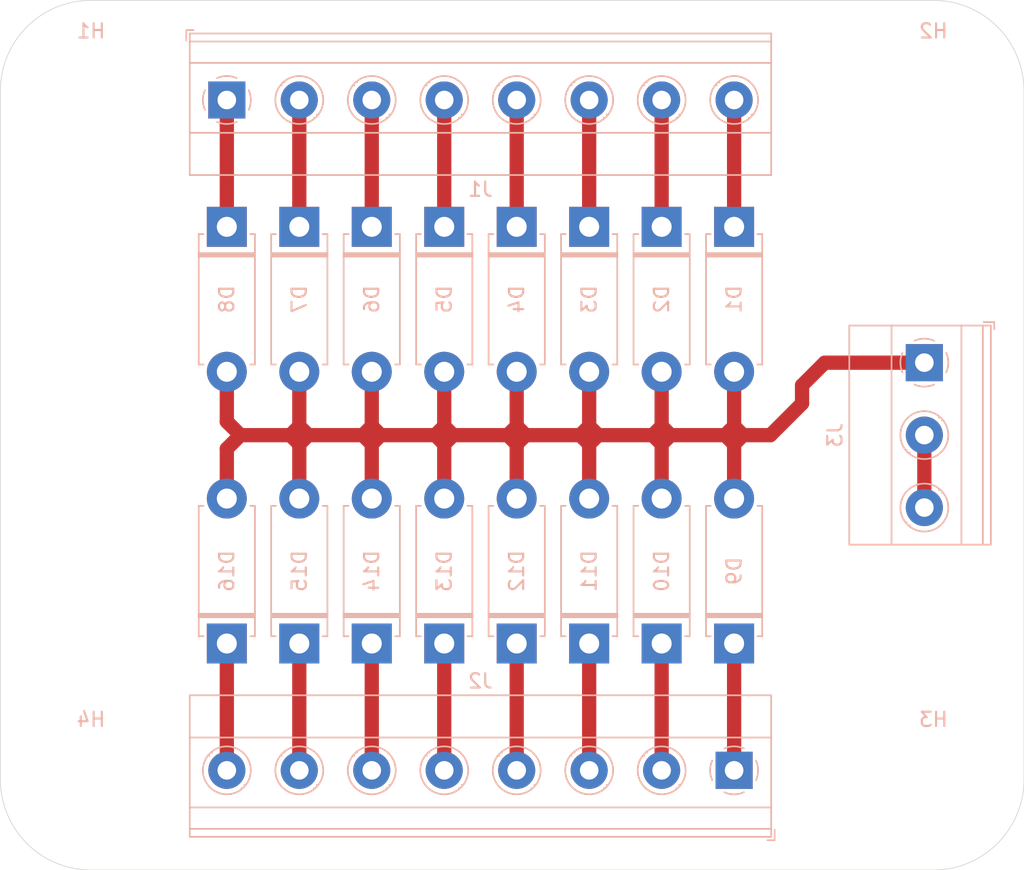
<source format=kicad_pcb>
(kicad_pcb (version 20240108) (generator "pcbnew") (generator_version "8.0")
  (layers (0 "F.Cu" signal) (31 "B.Cu" signal) (34 "B.Paste" user) (35 "F.Paste" user) (36 "B.SilkS" user "B.Silkscreen") (37 "F.SilkS" user "F.Silkscreen") (38 "B.Mask" user) (39 "F.Mask" user) (44 "Edge.Cuts" user))
  (net 0 "")
  (net 1 "Net-(D1-K)")
  (net 2 "Net-(D1-A)")
  (net 3 "Net-(D2-K)")
  (net 4 "Net-(D3-K)")
  (net 5 "Net-(D4-K)")
  (net 6 "Net-(D5-K)")
  (net 7 "Net-(D6-K)")
  (net 8 "Net-(D7-K)")
  (net 9 "Net-(D8-K)")
  (net 10 "Net-(D9-K)")
  (net 11 "Net-(D10-K)")
  (net 12 "Net-(D11-K)")
  (net 13 "Net-(D12-K)")
  (net 14 "Net-(D13-K)")
  (net 15 "Net-(D14-K)")
  (net 16 "Net-(D15-K)")
  (net 17 "Net-(D16-K)")
  (net 18 "+12V")
  (footprint "Diode_THT:D_5W_P10.16mm_Horizontal" (layer "B.Cu") (at 55.245 39.37 -90)
    (property "Reference" "D4" (at 5.08 0 90) (layer "B.SilkS") (effects (justify mirror)))
    (property "Value" "D" (hide yes))
    (fp_line (start 0.51 1.97) (end 0.51 1.64) (stroke (width 0.12)) (layer "B.SilkS"))
    (fp_line (start 9.65 1.97) (end 0.51 1.97) (stroke (width 0.12)) (layer "B.SilkS"))
    (fp_line (start 9.65 1.64) (end 9.65 1.97) (stroke (width 0.12)) (layer "B.SilkS"))
    (fp_line (start 9.65 -1.64) (end 9.65 -1.97) (stroke (width 0.12)) (layer "B.SilkS"))
    (fp_line (start 0.51 -1.97) (end 0.51 -1.64) (stroke (width 0.12)) (layer "B.SilkS"))
    (fp_line (start 1.845 -1.97) (end 1.845 1.97) (stroke (width 0.12)) (layer "B.SilkS"))
    (fp_line (start 1.965 -1.97) (end 1.965 1.97) (stroke (width 0.12)) (layer "B.SilkS"))
    (fp_line (start 2.085 -1.97) (end 2.085 1.97) (stroke (width 0.12)) (layer "B.SilkS"))
    (fp_line (start 9.65 -1.97) (end 0.51 -1.97) (stroke (width 0.12)) (layer "B.SilkS"))
    (pad "1" thru_hole rect (at 0 0 270) (size 2.8 2.8) (drill 1.4) (layers "*.Cu" "*.Mask") (net 5 "Net-(D4-K)"))
    (pad "2" thru_hole oval (at 10.16 0 270) (size 2.8 2.8) (drill 1.4) (layers "*.Cu" "*.Mask") (net 2 "Net-(D1-A)"))
  )
  (footprint "Diode_THT:D_5W_P10.16mm_Horizontal" (layer "B.Cu") (at 40.005 68.58 90)
    (property "Reference" "D15" (at 5.08 0 90) (layer "B.SilkS") (effects (justify mirror)))
    (property "Value" "D" (hide yes))
    (fp_line (start 9.65 -1.97) (end 0.51 -1.97) (stroke (width 0.12)) (layer "B.SilkS"))
    (fp_line (start 2.085 -1.97) (end 2.085 1.97) (stroke (width 0.12)) (layer "B.SilkS"))
    (fp_line (start 1.965 -1.97) (end 1.965 1.97) (stroke (width 0.12)) (layer "B.SilkS"))
    (fp_line (start 1.845 -1.97) (end 1.845 1.97) (stroke (width 0.12)) (layer "B.SilkS"))
    (fp_line (start 0.51 -1.97) (end 0.51 -1.64) (stroke (width 0.12)) (layer "B.SilkS"))
    (fp_line (start 9.65 -1.64) (end 9.65 -1.97) (stroke (width 0.12)) (layer "B.SilkS"))
    (fp_line (start 9.65 1.64) (end 9.65 1.97) (stroke (width 0.12)) (layer "B.SilkS"))
    (fp_line (start 9.65 1.97) (end 0.51 1.97) (stroke (width 0.12)) (layer "B.SilkS"))
    (fp_line (start 0.51 1.97) (end 0.51 1.64) (stroke (width 0.12)) (layer "B.SilkS"))
    (pad "1" thru_hole rect (at 0 0 90) (size 2.8 2.8) (drill 1.4) (layers "*.Cu" "*.Mask") (net 16 "Net-(D15-K)"))
    (pad "2" thru_hole oval (at 10.16 0 90) (size 2.8 2.8) (drill 1.4) (layers "*.Cu" "*.Mask") (net 2 "Net-(D1-A)"))
  )
  (footprint "TerminalBlock_Phoenix:TerminalBlock_Phoenix_MKDS-1,5-8-5.08_1x08_P5.08mm_Horizontal" (layer "B.Cu") (at 34.925 30.48)
    (property "Reference" "J1" (at 17.78 6.26 0) (layer "B.SilkS") (effects (justify mirror)))
    (property "Value" "Screw_Terminal_01x08")
    (fp_line (start -2.84 -4.9) (end -2.84 -4.16) (stroke (width 0.12)) (layer "B.SilkS"))
    (fp_line (start -2.6 -4.66) (end -2.6 5.261) (stroke (width 0.12)) (layer "B.SilkS"))
    (fp_line (start -2.34 -4.9) (end -2.84 -4.9) (stroke (width 0.12)) (layer "B.SilkS"))
    (fp_line (start 3.806 -1.069) (end 3.853 -1.023) (stroke (width 0.12)) (layer "B.SilkS"))
    (fp_line (start 4.011 -1.274) (end 4.046 -1.239) (stroke (width 0.12)) (layer "B.SilkS"))
    (fp_line (start 6.115 1.239) (end 6.15 1.275) (stroke (width 0.12)) (layer "B.SilkS"))
    (fp_line (start 6.308 1.023) (end 6.355 1.069) (stroke (width 0.12)) (layer "B.SilkS"))
    (fp_line (start 8.886 -1.069) (end 8.933 -1.023) (stroke (width 0.12)) (layer "B.SilkS"))
    (fp_line (start 9.091 -1.274) (end 9.126 -1.239) (stroke (width 0.12)) (layer "B.SilkS"))
    (fp_line (start 11.195 1.239) (end 11.23 1.275) (stroke (width 0.12)) (layer "B.SilkS"))
    (fp_line (start 11.388 1.023) (end 11.435 1.069) (stroke (width 0.12)) (layer "B.SilkS"))
    (fp_line (start 13.966 -1.069) (end 14.013 -1.023) (stroke (width 0.12)) (layer "B.SilkS"))
    (fp_line (start 14.171 -1.274) (end 14.206 -1.239) (stroke (width 0.12)) (layer "B.SilkS"))
    (fp_line (start 16.275 1.239) (end 16.31 1.275) (stroke (width 0.12)) (layer "B.SilkS"))
    (fp_line (start 16.468 1.023) (end 16.515 1.069) (stroke (width 0.12)) (layer "B.SilkS"))
    (fp_line (start 19.046 -1.069) (end 19.093 -1.023) (stroke (width 0.12)) (layer "B.SilkS"))
    (fp_line (start 19.251 -1.274) (end 19.286 -1.239) (stroke (width 0.12)) (layer "B.SilkS"))
    (fp_line (start 21.355 1.239) (end 21.39 1.275) (stroke (width 0.12)) (layer "B.SilkS"))
    (fp_line (start 21.548 1.023) (end 21.595 1.069) (stroke (width 0.12)) (layer "B.SilkS"))
    (fp_line (start 24.126 -1.069) (end 24.173 -1.023) (stroke (width 0.12)) (layer "B.SilkS"))
    (fp_line (start 24.331 -1.274) (end 24.366 -1.239) (stroke (width 0.12)) (layer "B.SilkS"))
    (fp_line (start 26.435 1.239) (end 26.47 1.275) (stroke (width 0.12)) (layer "B.SilkS"))
    (fp_line (start 26.628 1.023) (end 26.675 1.069) (stroke (width 0.12)) (layer "B.SilkS"))
    (fp_line (start 29.206 -1.069) (end 29.253 -1.023) (stroke (width 0.12)) (layer "B.SilkS"))
    (fp_line (start 29.411 -1.274) (end 29.446 -1.239) (stroke (width 0.12)) (layer "B.SilkS"))
    (fp_line (start 31.515 1.239) (end 31.55 1.275) (stroke (width 0.12)) (layer "B.SilkS"))
    (fp_line (start 31.708 1.023) (end 31.755 1.069) (stroke (width 0.12)) (layer "B.SilkS"))
    (fp_line (start 34.286 -1.069) (end 34.333 -1.023) (stroke (width 0.12)) (layer "B.SilkS"))
    (fp_line (start 34.491 -1.274) (end 34.526 -1.239) (stroke (width 0.12)) (layer "B.SilkS"))
    (fp_line (start 36.595 1.239) (end 36.63 1.275) (stroke (width 0.12)) (layer "B.SilkS"))
    (fp_line (start 36.788 1.023) (end 36.835 1.069) (stroke (width 0.12)) (layer "B.SilkS"))
    (fp_line (start 38.16 -4.66) (end -2.6 -4.66) (stroke (width 0.12)) (layer "B.SilkS"))
    (fp_line (start 38.16 -4.66) (end 38.16 5.261) (stroke (width 0.12)) (layer "B.SilkS"))
    (fp_line (start 38.16 -4.1) (end -2.6 -4.1) (stroke (width 0.12)) (layer "B.SilkS"))
    (fp_line (start 38.16 -2.6) (end -2.6 -2.6) (stroke (width 0.12)) (layer "B.SilkS"))
    (fp_line (start 38.16 2.301) (end -2.6 2.301) (stroke (width 0.12)) (layer "B.SilkS"))
    (fp_line (start 38.16 5.261) (end -2.6 5.261) (stroke (width 0.12)) (layer "B.SilkS"))
    (fp_arc (start -1.535 0.684) (mid -1.680501 0.000524) (end -1.535427 -0.683042) (stroke (width 0.12)) (layer "B.SilkS"))
    (fp_arc (start -0.684 -1.535) (mid -0.335551 -1.646659) (end 0.028805 -1.680253) (stroke (width 0.12)) (layer "B.SilkS"))
    (fp_arc (start 0 -1.68) (mid 0.349292 -1.643288) (end 0.683318 -1.534756) (stroke (width 0.12)) (layer "B.SilkS"))
    (fp_arc (start 0.684 1.535) (mid 0.000524 1.680501) (end -0.683042 1.535427) (stroke (width 0.12)) (layer "B.SilkS"))
    (fp_arc (start 1.535 -0.684) (mid 1.6805 -0.000524) (end 1.535427 0.683042) (stroke (width 0.12)) (layer "B.SilkS"))
    (fp_circle (center 5.08 0) (end 6.76 0) (stroke (width 0.12)) (fill none) (layer "B.SilkS"))
    (fp_circle (center 10.16 0) (end 11.84 0) (stroke (width 0.12)) (fill none) (layer "B.SilkS"))
    (fp_circle (center 15.24 0) (end 16.92 0) (stroke (width 0.12)) (fill none) (layer "B.SilkS"))
    (fp_circle (center 20.32 0) (end 22 0) (stroke (width 0.12)) (fill none) (layer "B.SilkS"))
    (fp_circle (center 25.4 0) (end 27.08 0) (stroke (width 0.12)) (fill none) (layer "B.SilkS"))
    (fp_circle (center 30.48 0) (end 32.16 0) (stroke (width 0.12)) (fill none) (layer "B.SilkS"))
    (fp_circle (center 35.56 0) (end 37.24 0) (stroke (width 0.12)) (fill none) (layer "B.SilkS"))
    (pad "1" thru_hole rect (at 0 0) (size 2.6 2.6) (drill 1.3) (layers "*.Cu" "*.Mask") (net 1 "Net-(D1-K)"))
    (pad "2" thru_hole circle (at 5.08 0) (size 2.6 2.6) (drill 1.3) (layers "*.Cu" "*.Mask") (net 3 "Net-(D2-K)"))
    (pad "3" thru_hole circle (at 10.16 0) (size 2.6 2.6) (drill 1.3) (layers "*.Cu" "*.Mask") (net 4 "Net-(D3-K)"))
    (pad "4" thru_hole circle (at 15.24 0) (size 2.6 2.6) (drill 1.3) (layers "*.Cu" "*.Mask") (net 5 "Net-(D4-K)"))
    (pad "5" thru_hole circle (at 20.32 0) (size 2.6 2.6) (drill 1.3) (layers "*.Cu" "*.Mask") (net 6 "Net-(D5-K)"))
    (pad "6" thru_hole circle (at 25.4 0) (size 2.6 2.6) (drill 1.3) (layers "*.Cu" "*.Mask") (net 7 "Net-(D6-K)"))
    (pad "7" thru_hole circle (at 30.48 0) (size 2.6 2.6) (drill 1.3) (layers "*.Cu" "*.Mask") (net 8 "Net-(D7-K)"))
    (pad "8" thru_hole circle (at 35.56 0) (size 2.6 2.6) (drill 1.3) (layers "*.Cu" "*.Mask") (net 9 "Net-(D8-K)"))
  )
  (footprint "MountingHole:MountingHole_3.2mm_M3" (layer "B.Cu") (at 84.455 29.845 180)
    (property "Reference" "H2" (at 0 4.2 0) (layer "B.SilkS") (effects (justify mirror)))
    (property "Value" "MountingHole")
    (pad "" np_thru_hole circle (at 0 0 180) (size 3.2 3.2) (drill 3.2) (layers "*.Cu" "*.Mask"))
  )
  (footprint "Diode_THT:D_5W_P10.16mm_Horizontal" (layer "B.Cu") (at 50.165 39.37 -90)
    (property "Reference" "D5" (at 5.08 0 90) (layer "B.SilkS") (effects (justify mirror)))
    (property "Value" "D" (hide yes))
    (fp_line (start 0.51 1.97) (end 0.51 1.64) (stroke (width 0.12)) (layer "B.SilkS"))
    (fp_line (start 9.65 1.97) (end 0.51 1.97) (stroke (width 0.12)) (layer "B.SilkS"))
    (fp_line (start 9.65 1.64) (end 9.65 1.97) (stroke (width 0.12)) (layer "B.SilkS"))
    (fp_line (start 9.65 -1.64) (end 9.65 -1.97) (stroke (width 0.12)) (layer "B.SilkS"))
    (fp_line (start 0.51 -1.97) (end 0.51 -1.64) (stroke (width 0.12)) (layer "B.SilkS"))
    (fp_line (start 1.845 -1.97) (end 1.845 1.97) (stroke (width 0.12)) (layer "B.SilkS"))
    (fp_line (start 1.965 -1.97) (end 1.965 1.97) (stroke (width 0.12)) (layer "B.SilkS"))
    (fp_line (start 2.085 -1.97) (end 2.085 1.97) (stroke (width 0.12)) (layer "B.SilkS"))
    (fp_line (start 9.65 -1.97) (end 0.51 -1.97) (stroke (width 0.12)) (layer "B.SilkS"))
    (pad "1" thru_hole rect (at 0 0 270) (size 2.8 2.8) (drill 1.4) (layers "*.Cu" "*.Mask") (net 6 "Net-(D5-K)"))
    (pad "2" thru_hole oval (at 10.16 0 270) (size 2.8 2.8) (drill 1.4) (layers "*.Cu" "*.Mask") (net 2 "Net-(D1-A)"))
  )
  (footprint "TerminalBlock_Phoenix:TerminalBlock_Phoenix_MKDS-1,5-3-5.08_1x03_P5.08mm_Horizontal" (layer "B.Cu") (at 83.82 48.89 -90)
    (property "Reference" "J3" (at 5.08 6.26 90) (layer "B.SilkS") (effects (justify mirror)))
    (property "Value" "Screw_Terminal_01x03")
    (fp_line (start 12.76 5.261) (end -2.6 5.261) (stroke (width 0.12)) (layer "B.SilkS"))
    (fp_line (start 12.76 2.301) (end -2.6 2.301) (stroke (width 0.12)) (layer "B.SilkS"))
    (fp_line (start 6.115 1.239) (end 6.15 1.275) (stroke (width 0.12)) (layer "B.SilkS"))
    (fp_line (start 11.195 1.239) (end 11.23 1.275) (stroke (width 0.12)) (layer "B.SilkS"))
    (fp_line (start 6.308 1.023) (end 6.355 1.069) (stroke (width 0.12)) (layer "B.SilkS"))
    (fp_line (start 11.388 1.023) (end 11.435 1.069) (stroke (width 0.12)) (layer "B.SilkS"))
    (fp_line (start 3.806 -1.069) (end 3.853 -1.023) (stroke (width 0.12)) (layer "B.SilkS"))
    (fp_line (start 8.886 -1.069) (end 8.933 -1.023) (stroke (width 0.12)) (layer "B.SilkS"))
    (fp_line (start 4.011 -1.274) (end 4.046 -1.239) (stroke (width 0.12)) (layer "B.SilkS"))
    (fp_line (start 9.091 -1.274) (end 9.126 -1.239) (stroke (width 0.12)) (layer "B.SilkS"))
    (fp_line (start 12.76 -2.6) (end -2.6 -2.6) (stroke (width 0.12)) (layer "B.SilkS"))
    (fp_line (start 12.76 -4.1) (end -2.6 -4.1) (stroke (width 0.12)) (layer "B.SilkS"))
    (fp_line (start -2.6 -4.66) (end -2.6 5.261) (stroke (width 0.12)) (layer "B.SilkS"))
    (fp_line (start 12.76 -4.66) (end 12.76 5.261) (stroke (width 0.12)) (layer "B.SilkS"))
    (fp_line (start 12.76 -4.66) (end -2.6 -4.66) (stroke (width 0.12)) (layer "B.SilkS"))
    (fp_line (start -2.84 -4.9) (end -2.84 -4.16) (stroke (width 0.12)) (layer "B.SilkS"))
    (fp_line (start -2.34 -4.9) (end -2.84 -4.9) (stroke (width 0.12)) (layer "B.SilkS"))
    (fp_arc (start 0.684 1.535) (mid 0.000524 1.680501) (end -0.683042 1.535427) (stroke (width 0.12)) (layer "B.SilkS"))
    (fp_arc (start -1.535 0.684) (mid -1.680501 0.000524) (end -1.535427 -0.683042) (stroke (width 0.12)) (layer "B.SilkS"))
    (fp_arc (start 1.535 -0.684) (mid 1.6805 -0.000524) (end 1.535427 0.683042) (stroke (width 0.12)) (layer "B.SilkS"))
    (fp_arc (start -0.684 -1.535) (mid -0.335551 -1.646659) (end 0.028805 -1.680253) (stroke (width 0.12)) (layer "B.SilkS"))
    (fp_arc (start 0 -1.68) (mid 0.349292 -1.643288) (end 0.683318 -1.534756) (stroke (width 0.12)) (layer "B.SilkS"))
    (fp_circle (center 5.08 0) (end 6.76 0) (stroke (width 0.12)) (fill none) (layer "B.SilkS"))
    (fp_circle (center 10.16 0) (end 11.84 0) (stroke (width 0.12)) (fill none) (layer "B.SilkS"))
    (pad "1" thru_hole rect (at 0 0 270) (size 2.6 2.6) (drill 1.3) (layers "*.Cu" "*.Mask") (net 2 "Net-(D1-A)"))
    (pad "2" thru_hole circle (at 5.08 0 270) (size 2.6 2.6) (drill 1.3) (layers "*.Cu" "*.Mask") (net 18 "+12V"))
    (pad "3" thru_hole circle (at 10.16 0 270) (size 2.6 2.6) (drill 1.3) (layers "*.Cu" "*.Mask") (net 18 "+12V"))
  )
  (footprint "TerminalBlock_Phoenix:TerminalBlock_Phoenix_MKDS-1,5-8-5.08_1x08_P5.08mm_Horizontal" (layer "B.Cu") (at 70.485 77.47 180)
    (property "Reference" "J2" (at 17.78 6.26 0) (layer "B.SilkS") (effects (justify mirror)))
    (property "Value" "Screw_Terminal_01x08")
    (fp_line (start 38.16 5.261) (end -2.6 5.261) (stroke (width 0.12)) (layer "B.SilkS"))
    (fp_line (start 38.16 2.301) (end -2.6 2.301) (stroke (width 0.12)) (layer "B.SilkS"))
    (fp_line (start 38.16 -2.6) (end -2.6 -2.6) (stroke (width 0.12)) (layer "B.SilkS"))
    (fp_line (start 38.16 -4.1) (end -2.6 -4.1) (stroke (width 0.12)) (layer "B.SilkS"))
    (fp_line (start 38.16 -4.66) (end 38.16 5.261) (stroke (width 0.12)) (layer "B.SilkS"))
    (fp_line (start 38.16 -4.66) (end -2.6 -4.66) (stroke (width 0.12)) (layer "B.SilkS"))
    (fp_line (start 36.788 1.023) (end 36.835 1.069) (stroke (width 0.12)) (layer "B.SilkS"))
    (fp_line (start 36.595 1.239) (end 36.63 1.275) (stroke (width 0.12)) (layer "B.SilkS"))
    (fp_line (start 34.491 -1.274) (end 34.526 -1.239) (stroke (width 0.12)) (layer "B.SilkS"))
    (fp_line (start 34.286 -1.069) (end 34.333 -1.023) (stroke (width 0.12)) (layer "B.SilkS"))
    (fp_line (start 31.708 1.023) (end 31.755 1.069) (stroke (width 0.12)) (layer "B.SilkS"))
    (fp_line (start 31.515 1.239) (end 31.55 1.275) (stroke (width 0.12)) (layer "B.SilkS"))
    (fp_line (start 29.411 -1.274) (end 29.446 -1.239) (stroke (width 0.12)) (layer "B.SilkS"))
    (fp_line (start 29.206 -1.069) (end 29.253 -1.023) (stroke (width 0.12)) (layer "B.SilkS"))
    (fp_line (start 26.628 1.023) (end 26.675 1.069) (stroke (width 0.12)) (layer "B.SilkS"))
    (fp_line (start 26.435 1.239) (end 26.47 1.275) (stroke (width 0.12)) (layer "B.SilkS"))
    (fp_line (start 24.331 -1.274) (end 24.366 -1.239) (stroke (width 0.12)) (layer "B.SilkS"))
    (fp_line (start 24.126 -1.069) (end 24.173 -1.023) (stroke (width 0.12)) (layer "B.SilkS"))
    (fp_line (start 21.548 1.023) (end 21.595 1.069) (stroke (width 0.12)) (layer "B.SilkS"))
    (fp_line (start 21.355 1.239) (end 21.39 1.275) (stroke (width 0.12)) (layer "B.SilkS"))
    (fp_line (start 19.251 -1.274) (end 19.286 -1.239) (stroke (width 0.12)) (layer "B.SilkS"))
    (fp_line (start 19.046 -1.069) (end 19.093 -1.023) (stroke (width 0.12)) (layer "B.SilkS"))
    (fp_line (start 16.468 1.023) (end 16.515 1.069) (stroke (width 0.12)) (layer "B.SilkS"))
    (fp_line (start 16.275 1.239) (end 16.31 1.275) (stroke (width 0.12)) (layer "B.SilkS"))
    (fp_line (start 14.171 -1.274) (end 14.206 -1.239) (stroke (width 0.12)) (layer "B.SilkS"))
    (fp_line (start 13.966 -1.069) (end 14.013 -1.023) (stroke (width 0.12)) (layer "B.SilkS"))
    (fp_line (start 11.388 1.023) (end 11.435 1.069) (stroke (width 0.12)) (layer "B.SilkS"))
    (fp_line (start 11.195 1.239) (end 11.23 1.275) (stroke (width 0.12)) (layer "B.SilkS"))
    (fp_line (start 9.091 -1.274) (end 9.126 -1.239) (stroke (width 0.12)) (layer "B.SilkS"))
    (fp_line (start 8.886 -1.069) (end 8.933 -1.023) (stroke (width 0.12)) (layer "B.SilkS"))
    (fp_line (start 6.308 1.023) (end 6.355 1.069) (stroke (width 0.12)) (layer "B.SilkS"))
    (fp_line (start 6.115 1.239) (end 6.15 1.275) (stroke (width 0.12)) (layer "B.SilkS"))
    (fp_line (start 4.011 -1.274) (end 4.046 -1.239) (stroke (width 0.12)) (layer "B.SilkS"))
    (fp_line (start 3.806 -1.069) (end 3.853 -1.023) (stroke (width 0.12)) (layer "B.SilkS"))
    (fp_line (start -2.34 -4.9) (end -2.84 -4.9) (stroke (width 0.12)) (layer "B.SilkS"))
    (fp_line (start -2.6 -4.66) (end -2.6 5.261) (stroke (width 0.12)) (layer "B.SilkS"))
    (fp_line (start -2.84 -4.9) (end -2.84 -4.16) (stroke (width 0.12)) (layer "B.SilkS"))
    (fp_arc (start 1.535 -0.684) (mid 1.6805 -0.000524) (end 1.535427 0.683042) (stroke (width 0.12)) (layer "B.SilkS"))
    (fp_arc (start 0.684 1.535) (mid 0.000524 1.680501) (end -0.683042 1.535427) (stroke (width 0.12)) (layer "B.SilkS"))
    (fp_arc (start 0 -1.68) (mid 0.349292 -1.643288) (end 0.683318 -1.534756) (stroke (width 0.12)) (layer "B.SilkS"))
    (fp_arc (start -0.684 -1.535) (mid -0.335551 -1.646659) (end 0.028805 -1.680253) (stroke (width 0.12)) (layer "B.SilkS"))
    (fp_arc (start -1.535 0.684) (mid -1.680501 0.000524) (end -1.535427 -0.683042) (stroke (width 0.12)) (layer "B.SilkS"))
    (fp_circle (center 35.56 0) (end 37.24 0) (stroke (width 0.12)) (fill none) (layer "B.SilkS"))
    (fp_circle (center 30.48 0) (end 32.16 0) (stroke (width 0.12)) (fill none) (layer "B.SilkS"))
    (fp_circle (center 25.4 0) (end 27.08 0) (stroke (width 0.12)) (fill none) (layer "B.SilkS"))
    (fp_circle (center 20.32 0) (end 22 0) (stroke (width 0.12)) (fill none) (layer "B.SilkS"))
    (fp_circle (center 15.24 0) (end 16.92 0) (stroke (width 0.12)) (fill none) (layer "B.SilkS"))
    (fp_circle (center 10.16 0) (end 11.84 0) (stroke (width 0.12)) (fill none) (layer "B.SilkS"))
    (fp_circle (center 5.08 0) (end 6.76 0) (stroke (width 0.12)) (fill none) (layer "B.SilkS"))
    (pad "1" thru_hole rect (at 0 0 180) (size 2.6 2.6) (drill 1.3) (layers "*.Cu" "*.Mask") (net 17 "Net-(D16-K)"))
    (pad "2" thru_hole circle (at 5.08 0 180) (size 2.6 2.6) (drill 1.3) (layers "*.Cu" "*.Mask") (net 16 "Net-(D15-K)"))
    (pad "3" thru_hole circle (at 10.16 0 180) (size 2.6 2.6) (drill 1.3) (layers "*.Cu" "*.Mask") (net 15 "Net-(D14-K)"))
    (pad "4" thru_hole circle (at 15.24 0 180) (size 2.6 2.6) (drill 1.3) (layers "*.Cu" "*.Mask") (net 14 "Net-(D13-K)"))
    (pad "5" thru_hole circle (at 20.32 0 180) (size 2.6 2.6) (drill 1.3) (layers "*.Cu" "*.Mask") (net 13 "Net-(D12-K)"))
    (pad "6" thru_hole circle (at 25.4 0 180) (size 2.6 2.6) (drill 1.3) (layers "*.Cu" "*.Mask") (net 12 "Net-(D11-K)"))
    (pad "7" thru_hole circle (at 30.48 0 180) (size 2.6 2.6) (drill 1.3) (layers "*.Cu" "*.Mask") (net 11 "Net-(D10-K)"))
    (pad "8" thru_hole circle (at 35.56 0 180) (size 2.6 2.6) (drill 1.3) (layers "*.Cu" "*.Mask") (net 10 "Net-(D9-K)"))
  )
  (footprint "MountingHole:MountingHole_3.2mm_M3" (layer "B.Cu") (at 25.4 78.105 180)
    (property "Reference" "H4" (at 0 4.2 0) (layer "B.SilkS") (effects (justify mirror)))
    (property "Value" "MountingHole")
    (pad "" np_thru_hole circle (at 0 0 180) (size 3.2 3.2) (drill 3.2) (layers "*.Cu" "*.Mask"))
  )
  (footprint "Diode_THT:D_5W_P10.16mm_Horizontal" (layer "B.Cu") (at 65.405 68.58 90)
    (property "Reference" "D10" (at 5.08 0 90) (layer "B.SilkS") (effects (justify mirror)))
    (property "Value" "D" (hide yes))
    (fp_line (start 9.65 -1.97) (end 0.51 -1.97) (stroke (width 0.12)) (layer "B.SilkS"))
    (fp_line (start 2.085 -1.97) (end 2.085 1.97) (stroke (width 0.12)) (layer "B.SilkS"))
    (fp_line (start 1.965 -1.97) (end 1.965 1.97) (stroke (width 0.12)) (layer "B.SilkS"))
    (fp_line (start 1.845 -1.97) (end 1.845 1.97) (stroke (width 0.12)) (layer "B.SilkS"))
    (fp_line (start 0.51 -1.97) (end 0.51 -1.64) (stroke (width 0.12)) (layer "B.SilkS"))
    (fp_line (start 9.65 -1.64) (end 9.65 -1.97) (stroke (width 0.12)) (layer "B.SilkS"))
    (fp_line (start 9.65 1.64) (end 9.65 1.97) (stroke (width 0.12)) (layer "B.SilkS"))
    (fp_line (start 9.65 1.97) (end 0.51 1.97) (stroke (width 0.12)) (layer "B.SilkS"))
    (fp_line (start 0.51 1.97) (end 0.51 1.64) (stroke (width 0.12)) (layer "B.SilkS"))
    (pad "1" thru_hole rect (at 0 0 90) (size 2.8 2.8) (drill 1.4) (layers "*.Cu" "*.Mask") (net 11 "Net-(D10-K)"))
    (pad "2" thru_hole oval (at 10.16 0 90) (size 2.8 2.8) (drill 1.4) (layers "*.Cu" "*.Mask") (net 2 "Net-(D1-A)"))
  )
  (footprint "MountingHole:MountingHole_3.2mm_M3" (layer "B.Cu") (at 84.455 78.105 180)
    (property "Reference" "H3" (at 0 4.2 0) (layer "B.SilkS") (effects (justify mirror)))
    (property "Value" "MountingHole")
    (pad "" np_thru_hole circle (at 0 0 180) (size 3.2 3.2) (drill 3.2) (layers "*.Cu" "*.Mask"))
  )
  (footprint "Diode_THT:D_5W_P10.16mm_Horizontal" (layer "B.Cu") (at 70.485 39.37 -90)
    (property "Reference" "D1" (at 5.08 0 90) (layer "B.SilkS") (effects (justify mirror)))
    (property "Value" "D" (hide yes))
    (fp_line (start 0.51 1.97) (end 0.51 1.64) (stroke (width 0.12)) (layer "B.SilkS"))
    (fp_line (start 9.65 1.97) (end 0.51 1.97) (stroke (width 0.12)) (layer "B.SilkS"))
    (fp_line (start 9.65 1.64) (end 9.65 1.97) (stroke (width 0.12)) (layer "B.SilkS"))
    (fp_line (start 9.65 -1.64) (end 9.65 -1.97) (stroke (width 0.12)) (layer "B.SilkS"))
    (fp_line (start 0.51 -1.97) (end 0.51 -1.64) (stroke (width 0.12)) (layer "B.SilkS"))
    (fp_line (start 1.845 -1.97) (end 1.845 1.97) (stroke (width 0.12)) (layer "B.SilkS"))
    (fp_line (start 1.965 -1.97) (end 1.965 1.97) (stroke (width 0.12)) (layer "B.SilkS"))
    (fp_line (start 2.085 -1.97) (end 2.085 1.97) (stroke (width 0.12)) (layer "B.SilkS"))
    (fp_line (start 9.65 -1.97) (end 0.51 -1.97) (stroke (width 0.12)) (layer "B.SilkS"))
    (pad "1" thru_hole rect (at 0 0 270) (size 2.8 2.8) (drill 1.4) (layers "*.Cu" "*.Mask") (net 1 "Net-(D1-K)"))
    (pad "2" thru_hole oval (at 10.16 0 270) (size 2.8 2.8) (drill 1.4) (layers "*.Cu" "*.Mask") (net 2 "Net-(D1-A)"))
  )
  (footprint "Diode_THT:D_5W_P10.16mm_Horizontal" (layer "B.Cu") (at 40.005 39.37 -90)
    (property "Reference" "D7" (at 5.08 0 90) (layer "B.SilkS") (effects (justify mirror)))
    (property "Value" "D" (hide yes))
    (fp_line (start 0.51 1.97) (end 0.51 1.64) (stroke (width 0.12)) (layer "B.SilkS"))
    (fp_line (start 9.65 1.97) (end 0.51 1.97) (stroke (width 0.12)) (layer "B.SilkS"))
    (fp_line (start 9.65 1.64) (end 9.65 1.97) (stroke (width 0.12)) (layer "B.SilkS"))
    (fp_line (start 9.65 -1.64) (end 9.65 -1.97) (stroke (width 0.12)) (layer "B.SilkS"))
    (fp_line (start 0.51 -1.97) (end 0.51 -1.64) (stroke (width 0.12)) (layer "B.SilkS"))
    (fp_line (start 1.845 -1.97) (end 1.845 1.97) (stroke (width 0.12)) (layer "B.SilkS"))
    (fp_line (start 1.965 -1.97) (end 1.965 1.97) (stroke (width 0.12)) (layer "B.SilkS"))
    (fp_line (start 2.085 -1.97) (end 2.085 1.97) (stroke (width 0.12)) (layer "B.SilkS"))
    (fp_line (start 9.65 -1.97) (end 0.51 -1.97) (stroke (width 0.12)) (layer "B.SilkS"))
    (pad "1" thru_hole rect (at 0 0 270) (size 2.8 2.8) (drill 1.4) (layers "*.Cu" "*.Mask") (net 8 "Net-(D7-K)"))
    (pad "2" thru_hole oval (at 10.16 0 270) (size 2.8 2.8) (drill 1.4) (layers "*.Cu" "*.Mask") (net 2 "Net-(D1-A)"))
  )
  (footprint "Diode_THT:D_5W_P10.16mm_Horizontal" (layer "B.Cu") (at 55.245 68.58 90)
    (property "Reference" "D12" (at 5.08 0 90) (layer "B.SilkS") (effects (justify mirror)))
    (property "Value" "D" (hide yes))
    (fp_line (start 9.65 -1.97) (end 0.51 -1.97) (stroke (width 0.12)) (layer "B.SilkS"))
    (fp_line (start 2.085 -1.97) (end 2.085 1.97) (stroke (width 0.12)) (layer "B.SilkS"))
    (fp_line (start 1.965 -1.97) (end 1.965 1.97) (stroke (width 0.12)) (layer "B.SilkS"))
    (fp_line (start 1.845 -1.97) (end 1.845 1.97) (stroke (width 0.12)) (layer "B.SilkS"))
    (fp_line (start 0.51 -1.97) (end 0.51 -1.64) (stroke (width 0.12)) (layer "B.SilkS"))
    (fp_line (start 9.65 -1.64) (end 9.65 -1.97) (stroke (width 0.12)) (layer "B.SilkS"))
    (fp_line (start 9.65 1.64) (end 9.65 1.97) (stroke (width 0.12)) (layer "B.SilkS"))
    (fp_line (start 9.65 1.97) (end 0.51 1.97) (stroke (width 0.12)) (layer "B.SilkS"))
    (fp_line (start 0.51 1.97) (end 0.51 1.64) (stroke (width 0.12)) (layer "B.SilkS"))
    (pad "1" thru_hole rect (at 0 0 90) (size 2.8 2.8) (drill 1.4) (layers "*.Cu" "*.Mask") (net 13 "Net-(D12-K)"))
    (pad "2" thru_hole oval (at 10.16 0 90) (size 2.8 2.8) (drill 1.4) (layers "*.Cu" "*.Mask") (net 2 "Net-(D1-A)"))
  )
  (footprint "Diode_THT:D_5W_P10.16mm_Horizontal" (layer "B.Cu") (at 45.085 68.58 90)
    (property "Reference" "D14" (at 5.08 0 90) (layer "B.SilkS") (effects (justify mirror)))
    (property "Value" "D" (hide yes))
    (fp_line (start 9.65 -1.97) (end 0.51 -1.97) (stroke (width 0.12)) (layer "B.SilkS"))
    (fp_line (start 2.085 -1.97) (end 2.085 1.97) (stroke (width 0.12)) (layer "B.SilkS"))
    (fp_line (start 1.965 -1.97) (end 1.965 1.97) (stroke (width 0.12)) (layer "B.SilkS"))
    (fp_line (start 1.845 -1.97) (end 1.845 1.97) (stroke (width 0.12)) (layer "B.SilkS"))
    (fp_line (start 0.51 -1.97) (end 0.51 -1.64) (stroke (width 0.12)) (layer "B.SilkS"))
    (fp_line (start 9.65 -1.64) (end 9.65 -1.97) (stroke (width 0.12)) (layer "B.SilkS"))
    (fp_line (start 9.65 1.64) (end 9.65 1.97) (stroke (width 0.12)) (layer "B.SilkS"))
    (fp_line (start 9.65 1.97) (end 0.51 1.97) (stroke (width 0.12)) (layer "B.SilkS"))
    (fp_line (start 0.51 1.97) (end 0.51 1.64) (stroke (width 0.12)) (layer "B.SilkS"))
    (pad "1" thru_hole rect (at 0 0 90) (size 2.8 2.8) (drill 1.4) (layers "*.Cu" "*.Mask") (net 15 "Net-(D14-K)"))
    (pad "2" thru_hole oval (at 10.16 0 90) (size 2.8 2.8) (drill 1.4) (layers "*.Cu" "*.Mask") (net 2 "Net-(D1-A)"))
  )
  (footprint "Diode_THT:D_5W_P10.16mm_Horizontal" (layer "B.Cu") (at 60.325 68.58 90)
    (property "Reference" "D11" (at 5.08 0 90) (layer "B.SilkS") (effects (justify mirror)))
    (property "Value" "D" (hide yes))
    (fp_line (start 9.65 -1.97) (end 0.51 -1.97) (stroke (width 0.12)) (layer "B.SilkS"))
    (fp_line (start 2.085 -1.97) (end 2.085 1.97) (stroke (width 0.12)) (layer "B.SilkS"))
    (fp_line (start 1.965 -1.97) (end 1.965 1.97) (stroke (width 0.12)) (layer "B.SilkS"))
    (fp_line (start 1.845 -1.97) (end 1.845 1.97) (stroke (width 0.12)) (layer "B.SilkS"))
    (fp_line (start 0.51 -1.97) (end 0.51 -1.64) (stroke (width 0.12)) (layer "B.SilkS"))
    (fp_line (start 9.65 -1.64) (end 9.65 -1.97) (stroke (width 0.12)) (layer "B.SilkS"))
    (fp_line (start 9.65 1.64) (end 9.65 1.97) (stroke (width 0.12)) (layer "B.SilkS"))
    (fp_line (start 9.65 1.97) (end 0.51 1.97) (stroke (width 0.12)) (layer "B.SilkS"))
    (fp_line (start 0.51 1.97) (end 0.51 1.64) (stroke (width 0.12)) (layer "B.SilkS"))
    (pad "1" thru_hole rect (at 0 0 90) (size 2.8 2.8) (drill 1.4) (layers "*.Cu" "*.Mask") (net 12 "Net-(D11-K)"))
    (pad "2" thru_hole oval (at 10.16 0 90) (size 2.8 2.8) (drill 1.4) (layers "*.Cu" "*.Mask") (net 2 "Net-(D1-A)"))
  )
  (footprint "Diode_THT:D_5W_P10.16mm_Horizontal" (layer "B.Cu") (at 65.405 39.37 -90)
    (property "Reference" "D2" (at 5.08 0 90) (layer "B.SilkS") (effects (justify mirror)))
    (property "Value" "D" (hide yes))
    (fp_line (start 0.51 1.97) (end 0.51 1.64) (stroke (width 0.12)) (layer "B.SilkS"))
    (fp_line (start 9.65 1.97) (end 0.51 1.97) (stroke (width 0.12)) (layer "B.SilkS"))
    (fp_line (start 9.65 1.64) (end 9.65 1.97) (stroke (width 0.12)) (layer "B.SilkS"))
    (fp_line (start 9.65 -1.64) (end 9.65 -1.97) (stroke (width 0.12)) (layer "B.SilkS"))
    (fp_line (start 0.51 -1.97) (end 0.51 -1.64) (stroke (width 0.12)) (layer "B.SilkS"))
    (fp_line (start 1.845 -1.97) (end 1.845 1.97) (stroke (width 0.12)) (layer "B.SilkS"))
    (fp_line (start 1.965 -1.97) (end 1.965 1.97) (stroke (width 0.12)) (layer "B.SilkS"))
    (fp_line (start 2.085 -1.97) (end 2.085 1.97) (stroke (width 0.12)) (layer "B.SilkS"))
    (fp_line (start 9.65 -1.97) (end 0.51 -1.97) (stroke (width 0.12)) (layer "B.SilkS"))
    (pad "1" thru_hole rect (at 0 0 270) (size 2.8 2.8) (drill 1.4) (layers "*.Cu" "*.Mask") (net 3 "Net-(D2-K)"))
    (pad "2" thru_hole oval (at 10.16 0 270) (size 2.8 2.8) (drill 1.4) (layers "*.Cu" "*.Mask") (net 2 "Net-(D1-A)"))
  )
  (footprint "Diode_THT:D_5W_P10.16mm_Horizontal" (layer "B.Cu") (at 60.325 39.37 -90)
    (property "Reference" "D3" (at 5.08 0 90) (layer "B.SilkS") (effects (justify mirror)))
    (property "Value" "D" (hide yes))
    (fp_line (start 0.51 1.97) (end 0.51 1.64) (stroke (width 0.12)) (layer "B.SilkS"))
    (fp_line (start 9.65 1.97) (end 0.51 1.97) (stroke (width 0.12)) (layer "B.SilkS"))
    (fp_line (start 9.65 1.64) (end 9.65 1.97) (stroke (width 0.12)) (layer "B.SilkS"))
    (fp_line (start 9.65 -1.64) (end 9.65 -1.97) (stroke (width 0.12)) (layer "B.SilkS"))
    (fp_line (start 0.51 -1.97) (end 0.51 -1.64) (stroke (width 0.12)) (layer "B.SilkS"))
    (fp_line (start 1.845 -1.97) (end 1.845 1.97) (stroke (width 0.12)) (layer "B.SilkS"))
    (fp_line (start 1.965 -1.97) (end 1.965 1.97) (stroke (width 0.12)) (layer "B.SilkS"))
    (fp_line (start 2.085 -1.97) (end 2.085 1.97) (stroke (width 0.12)) (layer "B.SilkS"))
    (fp_line (start 9.65 -1.97) (end 0.51 -1.97) (stroke (width 0.12)) (layer "B.SilkS"))
    (pad "1" thru_hole rect (at 0 0 270) (size 2.8 2.8) (drill 1.4) (layers "*.Cu" "*.Mask") (net 4 "Net-(D3-K)"))
    (pad "2" thru_hole oval (at 10.16 0 270) (size 2.8 2.8) (drill 1.4) (layers "*.Cu" "*.Mask") (net 2 "Net-(D1-A)"))
  )
  (footprint "Diode_THT:D_5W_P10.16mm_Horizontal" (layer "B.Cu") (at 50.165 68.58 90)
    (property "Reference" "D13" (at 5.08 0 90) (layer "B.SilkS") (effects (justify mirror)))
    (property "Value" "D" (hide yes))
    (fp_line (start 9.65 -1.97) (end 0.51 -1.97) (stroke (width 0.12)) (layer "B.SilkS"))
    (fp_line (start 2.085 -1.97) (end 2.085 1.97) (stroke (width 0.12)) (layer "B.SilkS"))
    (fp_line (start 1.965 -1.97) (end 1.965 1.97) (stroke (width 0.12)) (layer "B.SilkS"))
    (fp_line (start 1.845 -1.97) (end 1.845 1.97) (stroke (width 0.12)) (layer "B.SilkS"))
    (fp_line (start 0.51 -1.97) (end 0.51 -1.64) (stroke (width 0.12)) (layer "B.SilkS"))
    (fp_line (start 9.65 -1.64) (end 9.65 -1.97) (stroke (width 0.12)) (layer "B.SilkS"))
    (fp_line (start 9.65 1.64) (end 9.65 1.97) (stroke (width 0.12)) (layer "B.SilkS"))
    (fp_line (start 9.65 1.97) (end 0.51 1.97) (stroke (width 0.12)) (layer "B.SilkS"))
    (fp_line (start 0.51 1.97) (end 0.51 1.64) (stroke (width 0.12)) (layer "B.SilkS"))
    (pad "1" thru_hole rect (at 0 0 90) (size 2.8 2.8) (drill 1.4) (layers "*.Cu" "*.Mask") (net 14 "Net-(D13-K)"))
    (pad "2" thru_hole oval (at 10.16 0 90) (size 2.8 2.8) (drill 1.4) (layers "*.Cu" "*.Mask") (net 2 "Net-(D1-A)"))
  )
  (footprint "MountingHole:MountingHole_3.2mm_M3" (layer "B.Cu") (at 25.4 29.845 180)
    (property "Reference" "H1" (at 0 4.2 0) (layer "B.SilkS") (effects (justify mirror)))
    (property "Value" "MountingHole")
    (pad "" np_thru_hole circle (at 0 0 180) (size 3.2 3.2) (drill 3.2) (layers "*.Cu" "*.Mask"))
  )
  (footprint "Diode_THT:D_5W_P10.16mm_Horizontal" (layer "B.Cu") (at 34.925 68.58 90)
    (property "Reference" "D16" (at 5.08 0 90) (layer "B.SilkS") (effects (justify mirror)))
    (property "Value" "D" (hide yes))
    (fp_line (start 9.65 -1.97) (end 0.51 -1.97) (stroke (width 0.12)) (layer "B.SilkS"))
    (fp_line (start 2.085 -1.97) (end 2.085 1.97) (stroke (width 0.12)) (layer "B.SilkS"))
    (fp_line (start 1.965 -1.97) (end 1.965 1.97) (stroke (width 0.12)) (layer "B.SilkS"))
    (fp_line (start 1.845 -1.97) (end 1.845 1.97) (stroke (width 0.12)) (layer "B.SilkS"))
    (fp_line (start 0.51 -1.97) (end 0.51 -1.64) (stroke (width 0.12)) (layer "B.SilkS"))
    (fp_line (start 9.65 -1.64) (end 9.65 -1.97) (stroke (width 0.12)) (layer "B.SilkS"))
    (fp_line (start 9.65 1.64) (end 9.65 1.97) (stroke (width 0.12)) (layer "B.SilkS"))
    (fp_line (start 9.65 1.97) (end 0.51 1.97) (stroke (width 0.12)) (layer "B.SilkS"))
    (fp_line (start 0.51 1.97) (end 0.51 1.64) (stroke (width 0.12)) (layer "B.SilkS"))
    (pad "1" thru_hole rect (at 0 0 90) (size 2.8 2.8) (drill 1.4) (layers "*.Cu" "*.Mask") (net 17 "Net-(D16-K)"))
    (pad "2" thru_hole oval (at 10.16 0 90) (size 2.8 2.8) (drill 1.4) (layers "*.Cu" "*.Mask") (net 2 "Net-(D1-A)"))
  )
  (footprint "Diode_THT:D_5W_P10.16mm_Horizontal" (layer "B.Cu") (at 70.485 68.58 90)
    (property "Reference" "D9" (at 5.08 0 90) (layer "B.SilkS") (effects (justify mirror)))
    (property "Value" "D" (hide yes))
    (fp_line (start 9.65 -1.97) (end 0.51 -1.97) (stroke (width 0.12)) (layer "B.SilkS"))
    (fp_line (start 2.085 -1.97) (end 2.085 1.97) (stroke (width 0.12)) (layer "B.SilkS"))
    (fp_line (start 1.965 -1.97) (end 1.965 1.97) (stroke (width 0.12)) (layer "B.SilkS"))
    (fp_line (start 1.845 -1.97) (end 1.845 1.97) (stroke (width 0.12)) (layer "B.SilkS"))
    (fp_line (start 0.51 -1.97) (end 0.51 -1.64) (stroke (width 0.12)) (layer "B.SilkS"))
    (fp_line (start 9.65 -1.64) (end 9.65 -1.97) (stroke (width 0.12)) (layer "B.SilkS"))
    (fp_line (start 9.65 1.64) (end 9.65 1.97) (stroke (width 0.12)) (layer "B.SilkS"))
    (fp_line (start 9.65 1.97) (end 0.51 1.97) (stroke (width 0.12)) (layer "B.SilkS"))
    (fp_line (start 0.51 1.97) (end 0.51 1.64) (stroke (width 0.12)) (layer "B.SilkS"))
    (pad "1" thru_hole rect (at 0 0 90) (size 2.8 2.8) (drill 1.4) (layers "*.Cu" "*.Mask") (net 10 "Net-(D9-K)"))
    (pad "2" thru_hole oval (at 10.16 0 90) (size 2.8 2.8) (drill 1.4) (layers "*.Cu" "*.Mask") (net 2 "Net-(D1-A)"))
  )
  (footprint "Diode_THT:D_5W_P10.16mm_Horizontal" (layer "B.Cu") (at 34.925 39.37 -90)
    (property "Reference" "D8" (at 5.08 0 90) (layer "B.SilkS") (effects (justify mirror)))
    (property "Value" "D" (hide yes))
    (fp_line (start 0.51 1.97) (end 0.51 1.64) (stroke (width 0.12)) (layer "B.SilkS"))
    (fp_line (start 9.65 1.97) (end 0.51 1.97) (stroke (width 0.12)) (layer "B.SilkS"))
    (fp_line (start 9.65 1.64) (end 9.65 1.97) (stroke (width 0.12)) (layer "B.SilkS"))
    (fp_line (start 9.65 -1.64) (end 9.65 -1.97) (stroke (width 0.12)) (layer "B.SilkS"))
    (fp_line (start 0.51 -1.97) (end 0.51 -1.64) (stroke (width 0.12)) (layer "B.SilkS"))
    (fp_line (start 1.845 -1.97) (end 1.845 1.97) (stroke (width 0.12)) (layer "B.SilkS"))
    (fp_line (start 1.965 -1.97) (end 1.965 1.97) (stroke (width 0.12)) (layer "B.SilkS"))
    (fp_line (start 2.085 -1.97) (end 2.085 1.97) (stroke (width 0.12)) (layer "B.SilkS"))
    (fp_line (start 9.65 -1.97) (end 0.51 -1.97) (stroke (width 0.12)) (layer "B.SilkS"))
    (pad "1" thru_hole rect (at 0 0 270) (size 2.8 2.8) (drill 1.4) (layers "*.Cu" "*.Mask") (net 9 "Net-(D8-K)"))
    (pad "2" thru_hole oval (at 10.16 0 270) (size 2.8 2.8) (drill 1.4) (layers "*.Cu" "*.Mask") (net 2 "Net-(D1-A)"))
  )
  (footprint "Diode_THT:D_5W_P10.16mm_Horizontal" (layer "B.Cu") (at 45.085 39.37 -90)
    (property "Reference" "D6" (at 5.08 0 90) (layer "B.SilkS") (effects (justify mirror)))
    (property "Value" "D" (hide yes))
    (fp_line (start 0.51 1.97) (end 0.51 1.64) (stroke (width 0.12)) (layer "B.SilkS"))
    (fp_line (start 9.65 1.97) (end 0.51 1.97) (stroke (width 0.12)) (layer "B.SilkS"))
    (fp_line (start 9.65 1.64) (end 9.65 1.97) (stroke (width 0.12)) (layer "B.SilkS"))
    (fp_line (start 9.65 -1.64) (end 9.65 -1.97) (stroke (width 0.12)) (layer "B.SilkS"))
    (fp_line (start 0.51 -1.97) (end 0.51 -1.64) (stroke (width 0.12)) (layer "B.SilkS"))
    (fp_line (start 1.845 -1.97) (end 1.845 1.97) (stroke (width 0.12)) (layer "B.SilkS"))
    (fp_line (start 1.965 -1.97) (end 1.965 1.97) (stroke (width 0.12)) (layer "B.SilkS"))
    (fp_line (start 2.085 -1.97) (end 2.085 1.97) (stroke (width 0.12)) (layer "B.SilkS"))
    (fp_line (start 9.65 -1.97) (end 0.51 -1.97) (stroke (width 0.12)) (layer "B.SilkS"))
    (pad "1" thru_hole rect (at 0 0 270) (size 2.8 2.8) (drill 1.4) (layers "*.Cu" "*.Mask") (net 7 "Net-(D6-K)"))
    (pad "2" thru_hole oval (at 10.16 0 270) (size 2.8 2.8) (drill 1.4) (layers "*.Cu" "*.Mask") (net 2 "Net-(D1-A)"))
  )
  (gr_arc (start 90.805 78.105) (mid 88.945128 82.595128) (end 84.455 84.455) (stroke (width 0.05)) (layer "Edge.Cuts"))
  (gr_line (start 19.05 78.105) (end 19.05 29.845) (stroke (width 0.05)) (layer "Edge.Cuts"))
  (gr_line (start 25.4 23.495) (end 84.455 23.495) (stroke (width 0.05)) (layer "Edge.Cuts"))
  (gr_arc (start 84.455 23.495) (mid 88.945128 25.354872) (end 90.805 29.845) (stroke (width 0.05)) (layer "Edge.Cuts"))
  (gr_arc (start 25.4 84.455) (mid 20.909872 82.595128) (end 19.05 78.105) (stroke (width 0.05)) (layer "Edge.Cuts"))
  (gr_arc (start 19.05 29.845) (mid 20.909872 25.354872) (end 25.4 23.495) (stroke (width 0.05)) (layer "Edge.Cuts"))
  (gr_line (start 90.805 29.845) (end 90.805 78.105) (stroke (width 0.05)) (layer "Edge.Cuts"))
  (gr_line (start 84.455 84.455) (end 25.4 84.455) (stroke (width 0.05)) (layer "Edge.Cuts"))
  (segment (start 70.485 30.48) (end 70.485 39.37) (width 1) (layer "F.Cu") (net 1))
  (segment (start 64.77 53.975) (end 60.96 53.975) (width 1) (layer "F.Cu") (net 2))
  (segment (start 45.085 54.61) (end 44.45 53.975) (width 1) (layer "F.Cu") (net 2))
  (segment (start 60.325 53.34) (end 59.69 53.975) (width 1) (layer "F.Cu") (net 2))
  (segment (start 70.485 53.975) (end 70.485 49.53) (width 1) (layer "F.Cu") (net 2))
  (segment (start 76.835 48.895) (end 75.2475 50.4825) (width 1) (layer "F.Cu") (net 2))
  (segment (start 55.245 58.1025) (end 55.245 49.53) (width 1) (layer "F.Cu") (net 2))
  (segment (start 83.815 48.895) (end 76.835 48.895) (width 1) (layer "F.Cu") (net 2))
  (segment (start 55.245 54.61) (end 54.61 53.975) (width 1) (layer "F.Cu") (net 2))
  (segment (start 35.08375 53.18125) (end 34.925 53.0225) (width 1) (layer "F.Cu") (net 2))
  (segment (start 45.085 53.975) (end 45.085 49.53) (width 1) (layer "F.Cu") (net 2))
  (segment (start 40.005 54.61) (end 40.64 53.975) (width 1) (layer "F.Cu") (net 2))
  (segment (start 50.8 53.975) (end 50.165 53.34) (width 1) (layer "F.Cu") (net 2))
  (segment (start 60.325 58.1025) (end 60.325 54.61) (width 1) (layer "F.Cu") (net 2))
  (segment (start 50.165 54.61) (end 49.53 53.975) (width 1) (layer "F.Cu") (net 2))
  (segment (start 70.485 53.34) (end 69.85 53.975) (width 1) (layer "F.Cu") (net 2))
  (segment (start 70.485 58.1025) (end 70.485 54.61) (width 1) (layer "F.Cu") (net 2))
  (segment (start 60.96 53.975) (end 59.69 53.975) (width 1) (layer "F.Cu") (net 2))
  (segment (start 60.325 54.61) (end 59.69 53.975) (width 1) (layer "F.Cu") (net 2))
  (segment (start 70.485 53.34) (end 71.12 53.975) (width 1) (layer "F.Cu") (net 2))
  (segment (start 60.325 54.61) (end 60.96 53.975) (width 1) (layer "F.Cu") (net 2))
  (segment (start 40.005 58.1025) (end 40.005 54.61) (width 1) (layer "F.Cu") (net 2))
  (segment (start 75.2475 50.4825) (end 75.2475 51.7525) (width 1) (layer "F.Cu") (net 2))
  (segment (start 65.405 54.61) (end 66.04 53.975) (width 1) (layer "F.Cu") (net 2))
  (segment (start 65.405 49.53) (end 65.405 53.975) (width 1) (layer "F.Cu") (net 2))
  (segment (start 34.925 54.9275) (end 35.8775 53.975) (width 1) (layer "F.Cu") (net 2))
  (segment (start 44.45 53.975) (end 40.64 53.975) (width 1) (layer "F.Cu") (net 2))
  (segment (start 55.245 54.61) (end 55.88 53.975) (width 1) (layer "F.Cu") (net 2))
  (segment (start 50.165 54.61) (end 50.8 53.975) (width 1) (layer "F.Cu") (net 2))
  (segment (start 69.85 53.975) (end 66.04 53.975) (width 1) (layer "F.Cu") (net 2))
  (segment (start 34.925 53.0225) (end 34.925 49.53) (width 1) (layer "F.Cu") (net 2))
  (segment (start 45.085 54.61) (end 45.72 53.975) (width 1) (layer "F.Cu") (net 2))
  (segment (start 50.165 53.34) (end 49.53 53.975) (width 1) (layer "F.Cu") (net 2))
  (segment (start 40.005 53.34) (end 40.64 53.975) (width 1) (layer "F.Cu") (net 2))
  (segment (start 60.325 49.53) (end 60.325 53.975) (width 1) (layer "F.Cu") (net 2))
  (segment (start 65.405 53.34) (end 64.77 53.975) (width 1) (layer "F.Cu") (net 2))
  (segment (start 40.005 53.975) (end 40.005 49.53) (width 1) (layer "F.Cu") (net 2))
  (segment (start 50.165 53.975) (end 50.165 49.53) (width 1) (layer "F.Cu") (net 2))
  (segment (start 40.64 53.975) (end 39.37 53.975) (width 1) (layer "F.Cu") (net 2))
  (segment (start 66.04 53.975) (end 64.77 53.975) (width 1) (layer "F.Cu") (net 2))
  (segment (start 39.37 53.975) (end 35.8775 53.975) (width 1) (layer "F.Cu") (net 2))
  (segment (start 50.8 53.975) (end 49.53 53.975) (width 1) (layer "F.Cu") (net 2))
  (segment (start 35.8775 53.975) (end 34.925 53.0225) (width 1) (layer "F.Cu") (net 2))
  (segment (start 71.12 53.975) (end 69.85 53.975) (width 1) (layer "F.Cu") (net 2))
  (segment (start 40.005 53.34) (end 39.37 53.975) (width 1) (layer "F.Cu") (net 2))
  (segment (start 50.165 54.61) (end 50.165 58.1025) (width 1) (layer "F.Cu") (net 2))
  (segment (start 83.82 48.89) (end 83.815 48.895) (width 1) (layer "F.Cu") (net 2))
  (segment (start 60.325 53.34) (end 60.96 53.975) (width 1) (layer "F.Cu") (net 2))
  (segment (start 45.72 53.975) (end 44.45 53.975) (width 1) (layer "F.Cu") (net 2))
  (segment (start 55.88 53.975) (end 54.61 53.975) (width 1) (layer "F.Cu") (net 2))
  (segment (start 54.61 53.975) (end 50.8 53.975) (width 1) (layer "F.Cu") (net 2))
  (segment (start 55.245 53.34) (end 54.61 53.975) (width 1) (layer "F.Cu") (net 2))
  (segment (start 40.005 54.61) (end 39.37 53.975) (width 1) (layer "F.Cu") (net 2))
  (segment (start 75.2475 51.7525) (end 73.025 53.975) (width 1) (layer "F.Cu") (net 2))
  (segment (start 55.245 53.34) (end 55.88 53.975) (width 1) (layer "F.Cu") (net 2))
  (segment (start 45.085 53.34) (end 45.72 53.975) (width 1) (layer "F.Cu") (net 2))
  (segment (start 49.53 53.975) (end 45.72 53.975) (width 1) (layer "F.Cu") (net 2))
  (segment (start 45.085 53.34) (end 44.45 53.975) (width 1) (layer "F.Cu") (net 2))
  (segment (start 69.85 53.975) (end 70.485 54.61) (width 1) (layer "F.Cu") (net 2))
  (segment (start 64.77 53.975) (end 65.405 54.61) (width 1) (layer "F.Cu") (net 2))
  (segment (start 65.405 53.34) (end 66.04 53.975) (width 1) (layer "F.Cu") (net 2))
  (segment (start 70.485 54.61) (end 71.12 53.975) (width 1) (layer "F.Cu") (net 2))
  (segment (start 34.925 58.1025) (end 34.925 54.9275) (width 1) (layer "F.Cu") (net 2))
  (segment (start 59.69 53.975) (end 55.88 53.975) (width 1) (layer "F.Cu") (net 2))
  (segment (start 65.405 58.1025) (end 65.405 54.61) (width 1) (layer "F.Cu") (net 2))
  (segment (start 45.085 58.1025) (end 45.085 54.61) (width 1) (layer "F.Cu") (net 2))
  (segment (start 73.025 53.975) (end 70.485 53.975) (width 1) (layer "F.Cu") (net 2))
  (segment (start 65.405 39.37) (end 65.405 30.48) (width 1) (layer "F.Cu") (net 3))
  (segment (start 60.325 30.48) (end 60.325 39.37) (width 1) (layer "F.Cu") (net 4))
  (segment (start 55.245 39.37) (end 55.245 30.48) (width 1) (layer "F.Cu") (net 5))
  (segment (start 50.165 30.48) (end 50.165 39.37) (width 1) (layer "F.Cu") (net 6))
  (segment (start 45.085 39.37) (end 45.085 30.48) (width 1) (layer "F.Cu") (net 7))
  (segment (start 40.005 30.48) (end 40.005 39.37) (width 1) (layer "F.Cu") (net 8))
  (segment (start 34.925 39.37) (end 34.925 30.48) (width 1) (layer "F.Cu") (net 9))
  (segment (start 70.485 77.47) (end 70.485 68.58) (width 1) (layer "F.Cu") (net 10))
  (segment (start 65.405 68.58) (end 65.405 77.47) (width 1) (layer "F.Cu") (net 11))
  (segment (start 60.325 77.47) (end 60.325 68.58) (width 1) (layer "F.Cu") (net 12))
  (segment (start 55.245 68.58) (end 55.245 77.47) (width 1) (layer "F.Cu") (net 13))
  (segment (start 50.165 77.47) (end 50.165 68.58) (width 1) (layer "F.Cu") (net 14))
  (segment (start 45.085 68.58) (end 45.085 77.47) (width 1) (layer "F.Cu") (net 15))
  (segment (start 40.005 77.47) (end 40.005 68.58) (width 1) (layer "F.Cu") (net 16))
  (segment (start 34.925 68.58) (end 34.925 77.47) (width 1) (layer "F.Cu") (net 17))
  (segment (start 83.82 59.05) (end 83.82 53.97) (width 1) (layer "F.Cu") (net 18))
)
</source>
